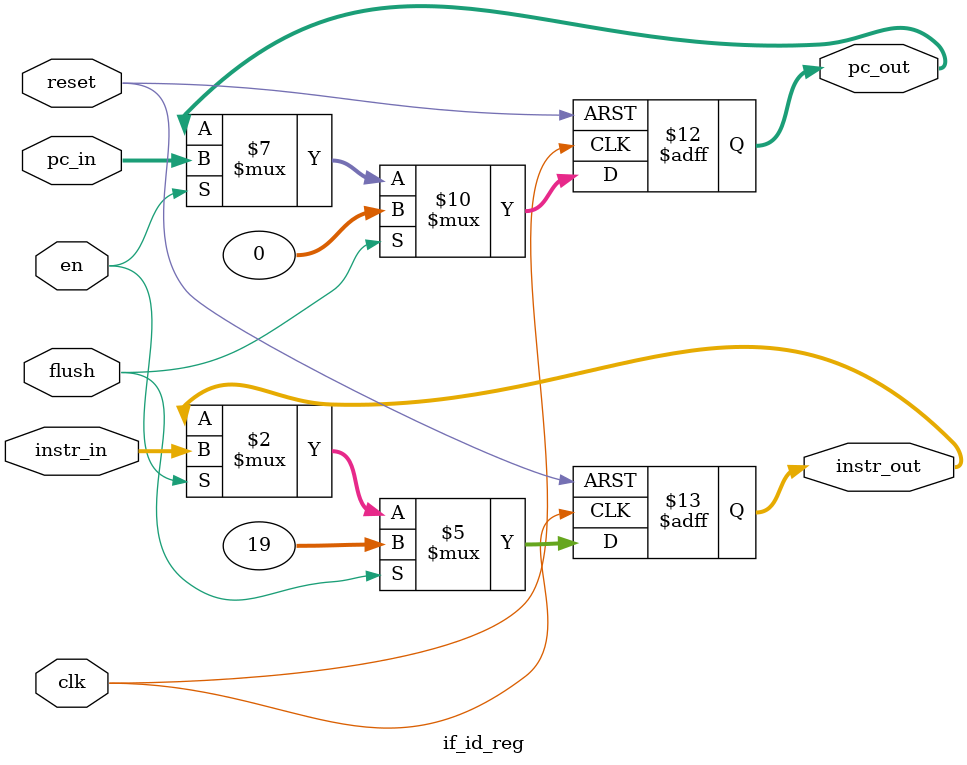
<source format=v>
module if_id_reg (
  input        clk,
  input        reset,
  input        en,    // enable (used for stalls) — for now tie to 1
  input        flush, // set to 1 to insert a NOP
  input  [31:0] pc_in,
  input  [31:0] instr_in,
  output reg [31:0] pc_out,
  output reg [31:0] instr_out
);
  // NOP for RV32I is 0x00000013
  localparam [31:0] NOP = 32'h00000013;

  always @(posedge clk or posedge reset) begin
    if (reset) begin
      pc_out    <= 32'b0;
      instr_out <= NOP;
    end else if (flush) begin
      pc_out    <= 32'b0;
      instr_out <= NOP;
    end else if (en) begin
      pc_out    <= pc_in;
      instr_out <= instr_in;
    end
  end
endmodule

</source>
